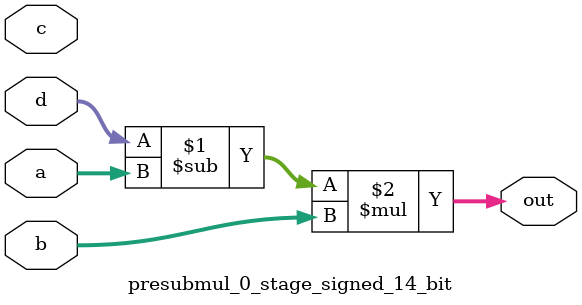
<source format=sv>
(* use_dsp = "yes" *) module presubmul_0_stage_signed_14_bit(
	input signed [13:0] a,
	input signed [13:0] b,
	input signed [13:0] c,
	input signed [13:0] d,
	output [13:0] out
	);

	assign out = (d - a) * b;
endmodule

</source>
